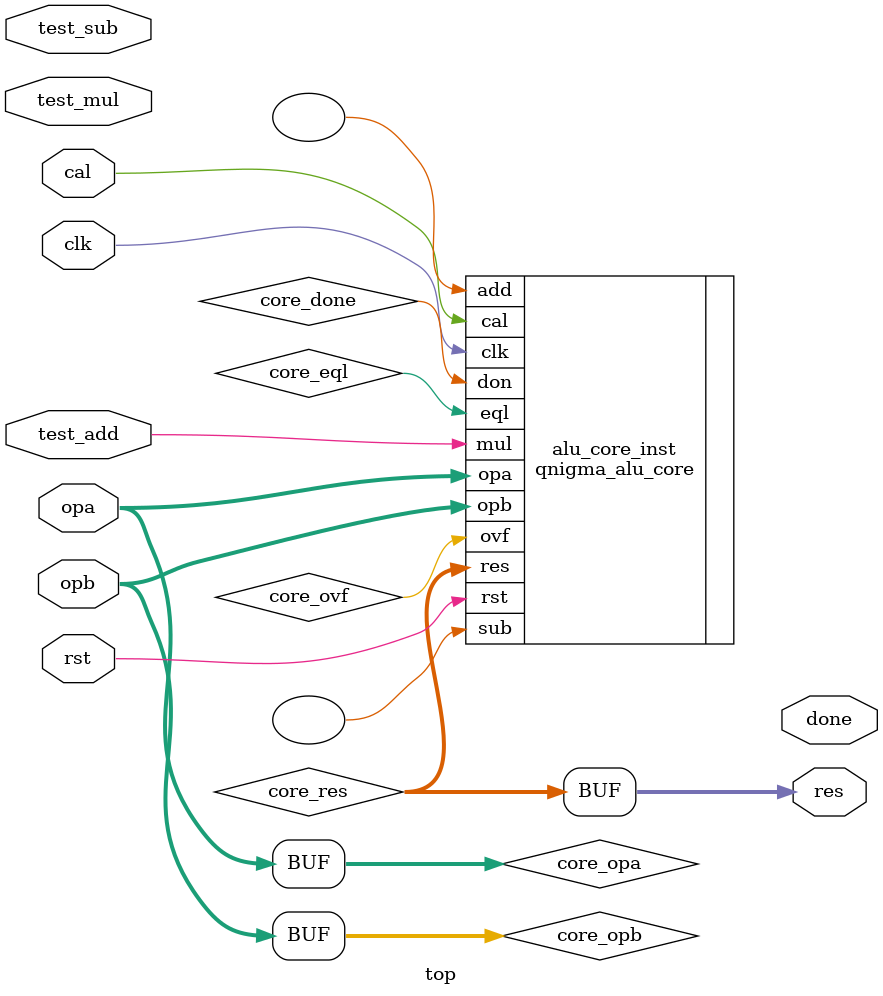
<source format=sv>
/* 
 * Top-level wrap 
*/
module top (
  input  logic        clk,
  input  logic        rst,
  input  logic        test_add,
  input  logic        test_sub,
  input  logic        test_mul,
  
  input  logic        cal, // 1-tick strobe from TB to calculate
  
  input  logic [31:0] opa, // Operand A 
  input  logic [31:0] opb, // Operand B
  output logic [63:0] res, // Result

  output logic         done
);

  logic [31:0] core_opa;
  logic [31:0] core_opb;
  logic        core_mul;
  logic        core_add;
  logic        core_sub;
  logic        core_cal;
  logic [63:0] core_res;
  logic        core_ovf;
  logic        core_eql;
  logic        core_done;

  qnigma_alu_core #(
    .N  (4),  // Number of multipliers 16
    .K  (8), // Multiplier width 16
    .WA (40)  // Adder input width 
  ) alu_core_inst (
    .clk (clk     ),
    .rst (rst     ),
    .opa (core_opa),
    .opb (core_opb),
    
    .mul (test_add),
    .add (),
    .sub (),
    .cal (cal     ),

    .res (core_res),
    .ovf (core_ovf),
    .eql (core_eql),
    .don (core_done)
  );

  assign res = core_res;
  assign core_opa = opa;
  assign core_opb = opb;

endmodule : top

</source>
